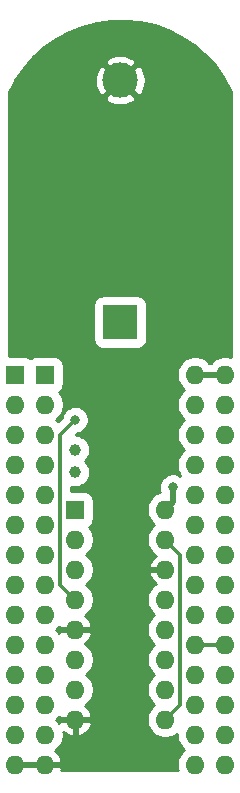
<source format=gbl>
%TF.GenerationSoftware,KiCad,Pcbnew,(5.1.9)-1*%
%TF.CreationDate,2021-02-16T22:08:35+08:00*%
%TF.ProjectId,SmartWatchRedux,536d6172-7457-4617-9463-685265647578,rev?*%
%TF.SameCoordinates,Original*%
%TF.FileFunction,Copper,L2,Bot*%
%TF.FilePolarity,Positive*%
%FSLAX46Y46*%
G04 Gerber Fmt 4.6, Leading zero omitted, Abs format (unit mm)*
G04 Created by KiCad (PCBNEW (5.1.9)-1) date 2021-02-16 22:08:35*
%MOMM*%
%LPD*%
G01*
G04 APERTURE LIST*
%TA.AperFunction,ComponentPad*%
%ADD10O,1.600000X1.600000*%
%TD*%
%TA.AperFunction,ComponentPad*%
%ADD11R,1.600000X1.600000*%
%TD*%
%TA.AperFunction,ComponentPad*%
%ADD12C,1.000000*%
%TD*%
%TA.AperFunction,ComponentPad*%
%ADD13R,3.000000X3.000000*%
%TD*%
%TA.AperFunction,ComponentPad*%
%ADD14C,3.000000*%
%TD*%
%TA.AperFunction,ViaPad*%
%ADD15C,0.800000*%
%TD*%
%TA.AperFunction,Conductor*%
%ADD16C,0.350000*%
%TD*%
%TA.AperFunction,Conductor*%
%ADD17C,0.500000*%
%TD*%
%TA.AperFunction,Conductor*%
%ADD18C,0.254000*%
%TD*%
%TA.AperFunction,Conductor*%
%ADD19C,0.100000*%
%TD*%
G04 APERTURE END LIST*
D10*
%TO.P,CN1,28*%
%TO.N,VCC*%
X123190000Y-63500000D03*
%TO.P,CN1,14*%
%TO.N,GND*%
X107950000Y-96520000D03*
%TO.P,CN1,27*%
%TO.N,Net-(CN1-Pad27)*%
X123190000Y-66040000D03*
%TO.P,CN1,13*%
%TO.N,Net-(CN1-Pad13)*%
X107950000Y-93980000D03*
%TO.P,CN1,26*%
%TO.N,Net-(CN1-Pad26)*%
X123190000Y-68580000D03*
%TO.P,CN1,12*%
%TO.N,Net-(CN1-Pad12)*%
X107950000Y-91440000D03*
%TO.P,CN1,25*%
%TO.N,Net-(CN1-Pad25)*%
X123190000Y-71120000D03*
%TO.P,CN1,11*%
%TO.N,Net-(CN1-Pad11)*%
X107950000Y-88900000D03*
%TO.P,CN1,24*%
%TO.N,Net-(CN1-Pad24)*%
X123190000Y-73660000D03*
%TO.P,CN1,10*%
%TO.N,Net-(CN1-Pad10)*%
X107950000Y-86360000D03*
%TO.P,CN1,23*%
%TO.N,Net-(CN1-Pad23)*%
X123190000Y-76200000D03*
%TO.P,CN1,9*%
%TO.N,Net-(CN1-Pad9)*%
X107950000Y-83820000D03*
%TO.P,CN1,22*%
%TO.N,Net-(CN1-Pad22)*%
X123190000Y-78740000D03*
%TO.P,CN1,8*%
%TO.N,Net-(CN1-Pad8)*%
X107950000Y-81280000D03*
%TO.P,CN1,21*%
%TO.N,Net-(CN1-Pad21)*%
X123190000Y-81280000D03*
%TO.P,CN1,7*%
%TO.N,Net-(CN1-Pad7)*%
X107950000Y-78740000D03*
%TO.P,CN1,20*%
%TO.N,Net-(CN1-Pad20)*%
X123190000Y-83820000D03*
%TO.P,CN1,6*%
%TO.N,Net-(CN1-Pad6)*%
X107950000Y-76200000D03*
%TO.P,CN1,19*%
%TO.N,Net-(CN1-Pad19)*%
X123190000Y-86360000D03*
%TO.P,CN1,5*%
%TO.N,Net-(CN1-Pad5)*%
X107950000Y-73660000D03*
%TO.P,CN1,18*%
%TO.N,Net-(CN1-Pad18)*%
X123190000Y-88900000D03*
%TO.P,CN1,4*%
%TO.N,Net-(CN1-Pad4)*%
X107950000Y-71120000D03*
%TO.P,CN1,17*%
%TO.N,Net-(CN1-Pad17)*%
X123190000Y-91440000D03*
%TO.P,CN1,3*%
%TO.N,Net-(CN1-Pad3)*%
X107950000Y-68580000D03*
%TO.P,CN1,16*%
%TO.N,Net-(CN1-Pad16)*%
X123190000Y-93980000D03*
%TO.P,CN1,2*%
%TO.N,Net-(CN1-Pad2)*%
X107950000Y-66040000D03*
%TO.P,CN1,15*%
%TO.N,Net-(CN1-Pad15)*%
X123190000Y-96520000D03*
D11*
%TO.P,CN1,1*%
%TO.N,Net-(CN1-Pad1)*%
X107950000Y-63500000D03*
%TD*%
D12*
%TO.P,Y1,1*%
%TO.N,/XTAL1*%
X113030000Y-71755000D03*
%TO.P,Y1,2*%
%TO.N,/XTAL2*%
X113030000Y-69855000D03*
%TD*%
D10*
%TO.P,U1,28*%
%TO.N,VCC*%
X125730000Y-63500000D03*
%TO.P,U1,14*%
%TO.N,GND*%
X110490000Y-96520000D03*
%TO.P,U1,27*%
%TO.N,Net-(CN1-Pad27)*%
X125730000Y-66040000D03*
%TO.P,U1,13*%
%TO.N,Net-(CN1-Pad13)*%
X110490000Y-93980000D03*
%TO.P,U1,26*%
%TO.N,Net-(CN1-Pad26)*%
X125730000Y-68580000D03*
%TO.P,U1,12*%
%TO.N,Net-(CN1-Pad12)*%
X110490000Y-91440000D03*
%TO.P,U1,25*%
%TO.N,Net-(CN1-Pad25)*%
X125730000Y-71120000D03*
%TO.P,U1,11*%
%TO.N,Net-(CN1-Pad11)*%
X110490000Y-88900000D03*
%TO.P,U1,24*%
%TO.N,Net-(CN1-Pad24)*%
X125730000Y-73660000D03*
%TO.P,U1,10*%
%TO.N,Net-(CN1-Pad10)*%
X110490000Y-86360000D03*
%TO.P,U1,23*%
%TO.N,Net-(CN1-Pad23)*%
X125730000Y-76200000D03*
%TO.P,U1,9*%
%TO.N,Net-(CN1-Pad9)*%
X110490000Y-83820000D03*
%TO.P,U1,22*%
%TO.N,Net-(CN1-Pad22)*%
X125730000Y-78740000D03*
%TO.P,U1,8*%
%TO.N,Net-(CN1-Pad8)*%
X110490000Y-81280000D03*
%TO.P,U1,21*%
%TO.N,Net-(CN1-Pad21)*%
X125730000Y-81280000D03*
%TO.P,U1,7*%
%TO.N,Net-(CN1-Pad7)*%
X110490000Y-78740000D03*
%TO.P,U1,20*%
%TO.N,Net-(U1-Pad20)*%
X125730000Y-83820000D03*
%TO.P,U1,6*%
%TO.N,Net-(CN1-Pad6)*%
X110490000Y-76200000D03*
%TO.P,U1,19*%
%TO.N,Net-(CN1-Pad19)*%
X125730000Y-86360000D03*
%TO.P,U1,5*%
%TO.N,Net-(CN1-Pad5)*%
X110490000Y-73660000D03*
%TO.P,U1,18*%
%TO.N,Net-(CN1-Pad18)*%
X125730000Y-88900000D03*
%TO.P,U1,4*%
%TO.N,Net-(CN1-Pad4)*%
X110490000Y-71120000D03*
%TO.P,U1,17*%
%TO.N,Net-(CN1-Pad17)*%
X125730000Y-91440000D03*
%TO.P,U1,3*%
%TO.N,Net-(CN1-Pad3)*%
X110490000Y-68580000D03*
%TO.P,U1,16*%
%TO.N,Net-(CN1-Pad16)*%
X125730000Y-93980000D03*
%TO.P,U1,2*%
%TO.N,Net-(CN1-Pad2)*%
X110490000Y-66040000D03*
%TO.P,U1,15*%
%TO.N,Net-(CN1-Pad15)*%
X125730000Y-96520000D03*
D11*
%TO.P,U1,1*%
%TO.N,Net-(CN1-Pad1)*%
X110490000Y-63500000D03*
%TD*%
D10*
%TO.P,U2,16*%
%TO.N,VCC*%
X120650000Y-74930000D03*
%TO.P,U2,8*%
%TO.N,GND*%
X113030000Y-92710000D03*
%TO.P,U2,15*%
%TO.N,Net-(U2-Pad15)*%
X120650000Y-77470000D03*
%TO.P,U2,7*%
%TO.N,Net-(CN1-Pad11)*%
X113030000Y-90170000D03*
%TO.P,U2,14*%
%TO.N,GND*%
X120650000Y-80010000D03*
%TO.P,U2,6*%
%TO.N,Net-(CN1-Pad10)*%
X113030000Y-87630000D03*
%TO.P,U2,13*%
%TO.N,Net-(CN1-Pad1)*%
X120650000Y-82550000D03*
%TO.P,U2,5*%
%TO.N,GND*%
X113030000Y-85090000D03*
%TO.P,U2,12*%
%TO.N,Net-(CN1-Pad22)*%
X120650000Y-85090000D03*
%TO.P,U2,4*%
%TO.N,Net-(BAT1-Pad1)*%
X113030000Y-82550000D03*
%TO.P,U2,11*%
%TO.N,Net-(CN1-Pad20)*%
X120650000Y-87630000D03*
%TO.P,U2,3*%
%TO.N,Net-(CN1-Pad8)*%
X113030000Y-80010000D03*
%TO.P,U2,10*%
%TO.N,Net-(U1-Pad20)*%
X120650000Y-90170000D03*
%TO.P,U2,2*%
%TO.N,/XTAL2*%
X113030000Y-77470000D03*
%TO.P,U2,9*%
%TO.N,Net-(U2-Pad15)*%
X120650000Y-92710000D03*
D11*
%TO.P,U2,1*%
%TO.N,/XTAL1*%
X113030000Y-74930000D03*
%TD*%
D13*
%TO.P,BAT1,1*%
%TO.N,Net-(BAT1-Pad1)*%
X116840000Y-59055000D03*
D14*
%TO.P,BAT1,2*%
%TO.N,GND*%
X116840000Y-38565000D03*
%TD*%
D15*
%TO.N,Net-(BAT1-Pad1)*%
X113030000Y-67310000D03*
%TO.N,GND*%
X114935000Y-64770000D03*
X116840000Y-64770000D03*
X118745000Y-64770000D03*
X112395000Y-96520000D03*
X114300000Y-96520000D03*
X116840000Y-73660000D03*
X118745000Y-73660000D03*
X114935000Y-67310000D03*
%TO.N,VCC*%
X121285000Y-73025000D03*
%TD*%
D16*
%TO.N,Net-(BAT1-Pad1)*%
X111760000Y-68580000D02*
X113030000Y-67310000D01*
X111760000Y-81280000D02*
X111760000Y-68580000D01*
X113030000Y-82550000D02*
X111760000Y-81280000D01*
D17*
%TO.N,VCC*%
X123190000Y-63500000D02*
X125730000Y-63500000D01*
X121285000Y-74295000D02*
X120650000Y-74930000D01*
X121285000Y-73025000D02*
X121285000Y-74295000D01*
D16*
%TO.N,Net-(CN1-Pad19)*%
X123190000Y-86360000D02*
X125730000Y-86360000D01*
%TO.N,Net-(U2-Pad15)*%
X121920000Y-91440000D02*
X121920000Y-78740000D01*
X121920000Y-78740000D02*
X120650000Y-77470000D01*
X120650000Y-92710000D02*
X121920000Y-91440000D01*
%TD*%
D18*
%TO.N,GND*%
X118545427Y-33655782D02*
X119753574Y-33934247D01*
X120919507Y-34355834D01*
X122026360Y-34914446D01*
X123058080Y-35601981D01*
X123999727Y-36408483D01*
X124837672Y-37322278D01*
X125559764Y-38330120D01*
X126164243Y-39433282D01*
X126213001Y-39540520D01*
X126213000Y-49568653D01*
X126213001Y-49568663D01*
X126213001Y-62009369D01*
X126185619Y-61998027D01*
X125883844Y-61938000D01*
X125576156Y-61938000D01*
X125274381Y-61998027D01*
X124990115Y-62115773D01*
X124734283Y-62286715D01*
X124532998Y-62488000D01*
X124387002Y-62488000D01*
X124185717Y-62286715D01*
X123929885Y-62115773D01*
X123645619Y-61998027D01*
X123343844Y-61938000D01*
X123036156Y-61938000D01*
X122734381Y-61998027D01*
X122450115Y-62115773D01*
X122194283Y-62286715D01*
X121976715Y-62504283D01*
X121805773Y-62760115D01*
X121688027Y-63044381D01*
X121628000Y-63346156D01*
X121628000Y-63653844D01*
X121688027Y-63955619D01*
X121805773Y-64239885D01*
X121976715Y-64495717D01*
X122194283Y-64713285D01*
X122279163Y-64770000D01*
X122194283Y-64826715D01*
X121976715Y-65044283D01*
X121805773Y-65300115D01*
X121688027Y-65584381D01*
X121628000Y-65886156D01*
X121628000Y-66193844D01*
X121688027Y-66495619D01*
X121805773Y-66779885D01*
X121976715Y-67035717D01*
X122194283Y-67253285D01*
X122279163Y-67310000D01*
X122194283Y-67366715D01*
X121976715Y-67584283D01*
X121805773Y-67840115D01*
X121688027Y-68124381D01*
X121628000Y-68426156D01*
X121628000Y-68733844D01*
X121688027Y-69035619D01*
X121805773Y-69319885D01*
X121976715Y-69575717D01*
X122194283Y-69793285D01*
X122279163Y-69850000D01*
X122194283Y-69906715D01*
X121976715Y-70124283D01*
X121805773Y-70380115D01*
X121688027Y-70664381D01*
X121628000Y-70966156D01*
X121628000Y-71273844D01*
X121688027Y-71575619D01*
X121805773Y-71859885D01*
X121945266Y-72068650D01*
X121835413Y-71995249D01*
X121623943Y-71907655D01*
X121399447Y-71863000D01*
X121170553Y-71863000D01*
X120946057Y-71907655D01*
X120734587Y-71995249D01*
X120544268Y-72122416D01*
X120382416Y-72284268D01*
X120255249Y-72474587D01*
X120167655Y-72686057D01*
X120123000Y-72910553D01*
X120123000Y-73139447D01*
X120167655Y-73363943D01*
X120194226Y-73428091D01*
X119910115Y-73545773D01*
X119654283Y-73716715D01*
X119436715Y-73934283D01*
X119265773Y-74190115D01*
X119148027Y-74474381D01*
X119088000Y-74776156D01*
X119088000Y-75083844D01*
X119148027Y-75385619D01*
X119265773Y-75669885D01*
X119436715Y-75925717D01*
X119654283Y-76143285D01*
X119739163Y-76200000D01*
X119654283Y-76256715D01*
X119436715Y-76474283D01*
X119265773Y-76730115D01*
X119148027Y-77014381D01*
X119088000Y-77316156D01*
X119088000Y-77623844D01*
X119148027Y-77925619D01*
X119265773Y-78209885D01*
X119436715Y-78465717D01*
X119654283Y-78683285D01*
X119858275Y-78819588D01*
X119794869Y-78857615D01*
X119586481Y-79046586D01*
X119418963Y-79272580D01*
X119298754Y-79526913D01*
X119258096Y-79660961D01*
X119380085Y-79883000D01*
X120523000Y-79883000D01*
X120523000Y-79863000D01*
X120777000Y-79863000D01*
X120777000Y-79883000D01*
X120797000Y-79883000D01*
X120797000Y-80137000D01*
X120777000Y-80137000D01*
X120777000Y-80157000D01*
X120523000Y-80157000D01*
X120523000Y-80137000D01*
X119380085Y-80137000D01*
X119258096Y-80359039D01*
X119298754Y-80493087D01*
X119418963Y-80747420D01*
X119586481Y-80973414D01*
X119794869Y-81162385D01*
X119858275Y-81200412D01*
X119654283Y-81336715D01*
X119436715Y-81554283D01*
X119265773Y-81810115D01*
X119148027Y-82094381D01*
X119088000Y-82396156D01*
X119088000Y-82703844D01*
X119148027Y-83005619D01*
X119265773Y-83289885D01*
X119436715Y-83545717D01*
X119654283Y-83763285D01*
X119739163Y-83820000D01*
X119654283Y-83876715D01*
X119436715Y-84094283D01*
X119265773Y-84350115D01*
X119148027Y-84634381D01*
X119088000Y-84936156D01*
X119088000Y-85243844D01*
X119148027Y-85545619D01*
X119265773Y-85829885D01*
X119436715Y-86085717D01*
X119654283Y-86303285D01*
X119739163Y-86360000D01*
X119654283Y-86416715D01*
X119436715Y-86634283D01*
X119265773Y-86890115D01*
X119148027Y-87174381D01*
X119088000Y-87476156D01*
X119088000Y-87783844D01*
X119148027Y-88085619D01*
X119265773Y-88369885D01*
X119436715Y-88625717D01*
X119654283Y-88843285D01*
X119739163Y-88900000D01*
X119654283Y-88956715D01*
X119436715Y-89174283D01*
X119265773Y-89430115D01*
X119148027Y-89714381D01*
X119088000Y-90016156D01*
X119088000Y-90323844D01*
X119148027Y-90625619D01*
X119265773Y-90909885D01*
X119436715Y-91165717D01*
X119654283Y-91383285D01*
X119739163Y-91440000D01*
X119654283Y-91496715D01*
X119436715Y-91714283D01*
X119265773Y-91970115D01*
X119148027Y-92254381D01*
X119088000Y-92556156D01*
X119088000Y-92863844D01*
X119148027Y-93165619D01*
X119265773Y-93449885D01*
X119436715Y-93705717D01*
X119654283Y-93923285D01*
X119910115Y-94094227D01*
X120194381Y-94211973D01*
X120496156Y-94272000D01*
X120803844Y-94272000D01*
X121105619Y-94211973D01*
X121389885Y-94094227D01*
X121628000Y-93935123D01*
X121628000Y-94133844D01*
X121688027Y-94435619D01*
X121805773Y-94719885D01*
X121976715Y-94975717D01*
X122194283Y-95193285D01*
X122279163Y-95250000D01*
X122194283Y-95306715D01*
X121976715Y-95524283D01*
X121805773Y-95780115D01*
X121688027Y-96064381D01*
X121628000Y-96366156D01*
X121628000Y-96673844D01*
X121688027Y-96975619D01*
X121699369Y-97003000D01*
X111841272Y-97003000D01*
X111881904Y-96869039D01*
X111759915Y-96647000D01*
X110617000Y-96647000D01*
X110617000Y-96667000D01*
X110363000Y-96667000D01*
X110363000Y-96647000D01*
X109220085Y-96647000D01*
X109220000Y-96647155D01*
X109219915Y-96647000D01*
X108077000Y-96647000D01*
X108077000Y-96667000D01*
X107823000Y-96667000D01*
X107823000Y-96647000D01*
X107803000Y-96647000D01*
X107803000Y-96393000D01*
X107823000Y-96393000D01*
X107823000Y-96373000D01*
X108077000Y-96373000D01*
X108077000Y-96393000D01*
X109219915Y-96393000D01*
X109220000Y-96392845D01*
X109220085Y-96393000D01*
X110363000Y-96393000D01*
X110363000Y-96373000D01*
X110617000Y-96373000D01*
X110617000Y-96393000D01*
X111759915Y-96393000D01*
X111881904Y-96170961D01*
X111841246Y-96036913D01*
X111721037Y-95782580D01*
X111553519Y-95556586D01*
X111345131Y-95367615D01*
X111281725Y-95329588D01*
X111485717Y-95193285D01*
X111703285Y-94975717D01*
X111874227Y-94719885D01*
X111991973Y-94435619D01*
X112052000Y-94133844D01*
X112052000Y-93826156D01*
X112033752Y-93734417D01*
X112174869Y-93862385D01*
X112416119Y-94007070D01*
X112680960Y-94101909D01*
X112903000Y-93980624D01*
X112903000Y-92837000D01*
X113157000Y-92837000D01*
X113157000Y-93980624D01*
X113379040Y-94101909D01*
X113643881Y-94007070D01*
X113885131Y-93862385D01*
X114093519Y-93673414D01*
X114261037Y-93447420D01*
X114381246Y-93193087D01*
X114421904Y-93059039D01*
X114299915Y-92837000D01*
X113157000Y-92837000D01*
X112903000Y-92837000D01*
X111760085Y-92837000D01*
X111687719Y-92968717D01*
X111485717Y-92766715D01*
X111400837Y-92710000D01*
X111485717Y-92653285D01*
X111687719Y-92451283D01*
X111760085Y-92583000D01*
X112903000Y-92583000D01*
X112903000Y-92563000D01*
X113157000Y-92563000D01*
X113157000Y-92583000D01*
X114299915Y-92583000D01*
X114421904Y-92360961D01*
X114381246Y-92226913D01*
X114261037Y-91972580D01*
X114093519Y-91746586D01*
X113885131Y-91557615D01*
X113821725Y-91519588D01*
X114025717Y-91383285D01*
X114243285Y-91165717D01*
X114414227Y-90909885D01*
X114531973Y-90625619D01*
X114592000Y-90323844D01*
X114592000Y-90016156D01*
X114531973Y-89714381D01*
X114414227Y-89430115D01*
X114243285Y-89174283D01*
X114025717Y-88956715D01*
X113940837Y-88900000D01*
X114025717Y-88843285D01*
X114243285Y-88625717D01*
X114414227Y-88369885D01*
X114531973Y-88085619D01*
X114592000Y-87783844D01*
X114592000Y-87476156D01*
X114531973Y-87174381D01*
X114414227Y-86890115D01*
X114243285Y-86634283D01*
X114025717Y-86416715D01*
X113821725Y-86280412D01*
X113885131Y-86242385D01*
X114093519Y-86053414D01*
X114261037Y-85827420D01*
X114381246Y-85573087D01*
X114421904Y-85439039D01*
X114299915Y-85217000D01*
X113157000Y-85217000D01*
X113157000Y-85237000D01*
X112903000Y-85237000D01*
X112903000Y-85217000D01*
X111760085Y-85217000D01*
X111687719Y-85348717D01*
X111485717Y-85146715D01*
X111400837Y-85090000D01*
X111485717Y-85033285D01*
X111687719Y-84831283D01*
X111760085Y-84963000D01*
X112903000Y-84963000D01*
X112903000Y-84943000D01*
X113157000Y-84943000D01*
X113157000Y-84963000D01*
X114299915Y-84963000D01*
X114421904Y-84740961D01*
X114381246Y-84606913D01*
X114261037Y-84352580D01*
X114093519Y-84126586D01*
X113885131Y-83937615D01*
X113821725Y-83899588D01*
X114025717Y-83763285D01*
X114243285Y-83545717D01*
X114414227Y-83289885D01*
X114531973Y-83005619D01*
X114592000Y-82703844D01*
X114592000Y-82396156D01*
X114531973Y-82094381D01*
X114414227Y-81810115D01*
X114243285Y-81554283D01*
X114025717Y-81336715D01*
X113940837Y-81280000D01*
X114025717Y-81223285D01*
X114243285Y-81005717D01*
X114414227Y-80749885D01*
X114531973Y-80465619D01*
X114592000Y-80163844D01*
X114592000Y-79856156D01*
X114531973Y-79554381D01*
X114414227Y-79270115D01*
X114243285Y-79014283D01*
X114025717Y-78796715D01*
X113940837Y-78740000D01*
X114025717Y-78683285D01*
X114243285Y-78465717D01*
X114414227Y-78209885D01*
X114531973Y-77925619D01*
X114592000Y-77623844D01*
X114592000Y-77316156D01*
X114531973Y-77014381D01*
X114414227Y-76730115D01*
X114243285Y-76474283D01*
X114177357Y-76408355D01*
X114255392Y-76366645D01*
X114371422Y-76271422D01*
X114466645Y-76155392D01*
X114537402Y-76023015D01*
X114580974Y-75879378D01*
X114595686Y-75730000D01*
X114595686Y-74130000D01*
X114580974Y-73980622D01*
X114537402Y-73836985D01*
X114466645Y-73704608D01*
X114371422Y-73588578D01*
X114255392Y-73493355D01*
X114123015Y-73422598D01*
X113979378Y-73379026D01*
X113830000Y-73364314D01*
X112697000Y-73364314D01*
X112697000Y-72975486D01*
X112905704Y-73017000D01*
X113154296Y-73017000D01*
X113398112Y-72968502D01*
X113627781Y-72873370D01*
X113834478Y-72735259D01*
X114010259Y-72559478D01*
X114148370Y-72352781D01*
X114243502Y-72123112D01*
X114292000Y-71879296D01*
X114292000Y-71630704D01*
X114243502Y-71386888D01*
X114148370Y-71157219D01*
X114010259Y-70950522D01*
X113864737Y-70805000D01*
X114010259Y-70659478D01*
X114148370Y-70452781D01*
X114243502Y-70223112D01*
X114292000Y-69979296D01*
X114292000Y-69730704D01*
X114243502Y-69486888D01*
X114148370Y-69257219D01*
X114010259Y-69050522D01*
X113834478Y-68874741D01*
X113627781Y-68736630D01*
X113398112Y-68641498D01*
X113154296Y-68593000D01*
X113072118Y-68593000D01*
X113205203Y-68459915D01*
X113368943Y-68427345D01*
X113580413Y-68339751D01*
X113770732Y-68212584D01*
X113932584Y-68050732D01*
X114059751Y-67860413D01*
X114147345Y-67648943D01*
X114192000Y-67424447D01*
X114192000Y-67195553D01*
X114147345Y-66971057D01*
X114059751Y-66759587D01*
X113932584Y-66569268D01*
X113770732Y-66407416D01*
X113580413Y-66280249D01*
X113368943Y-66192655D01*
X113144447Y-66148000D01*
X112915553Y-66148000D01*
X112691057Y-66192655D01*
X112479587Y-66280249D01*
X112289268Y-66407416D01*
X112127416Y-66569268D01*
X112000249Y-66759587D01*
X111912655Y-66971057D01*
X111880085Y-67134797D01*
X111566942Y-67447940D01*
X111485717Y-67366715D01*
X111400837Y-67310000D01*
X111485717Y-67253285D01*
X111703285Y-67035717D01*
X111874227Y-66779885D01*
X111991973Y-66495619D01*
X112052000Y-66193844D01*
X112052000Y-65886156D01*
X111991973Y-65584381D01*
X111874227Y-65300115D01*
X111703285Y-65044283D01*
X111637357Y-64978355D01*
X111715392Y-64936645D01*
X111831422Y-64841422D01*
X111926645Y-64725392D01*
X111997402Y-64593015D01*
X112040974Y-64449378D01*
X112055686Y-64300000D01*
X112055686Y-62700000D01*
X112040974Y-62550622D01*
X111997402Y-62406985D01*
X111926645Y-62274608D01*
X111831422Y-62158578D01*
X111715392Y-62063355D01*
X111583015Y-61992598D01*
X111439378Y-61949026D01*
X111290000Y-61934314D01*
X109690000Y-61934314D01*
X109540622Y-61949026D01*
X109396985Y-61992598D01*
X109264608Y-62063355D01*
X109220000Y-62099964D01*
X109175392Y-62063355D01*
X109043015Y-61992598D01*
X108899378Y-61949026D01*
X108750000Y-61934314D01*
X107467000Y-61934314D01*
X107467000Y-57555000D01*
X114574314Y-57555000D01*
X114574314Y-60555000D01*
X114589026Y-60704378D01*
X114632598Y-60848015D01*
X114703355Y-60980392D01*
X114798578Y-61096422D01*
X114914608Y-61191645D01*
X115046985Y-61262402D01*
X115190622Y-61305974D01*
X115340000Y-61320686D01*
X118340000Y-61320686D01*
X118489378Y-61305974D01*
X118633015Y-61262402D01*
X118765392Y-61191645D01*
X118881422Y-61096422D01*
X118976645Y-60980392D01*
X119047402Y-60848015D01*
X119090974Y-60704378D01*
X119105686Y-60555000D01*
X119105686Y-57555000D01*
X119090974Y-57405622D01*
X119047402Y-57261985D01*
X118976645Y-57129608D01*
X118881422Y-57013578D01*
X118765392Y-56918355D01*
X118633015Y-56847598D01*
X118489378Y-56804026D01*
X118340000Y-56789314D01*
X115340000Y-56789314D01*
X115190622Y-56804026D01*
X115046985Y-56847598D01*
X114914608Y-56918355D01*
X114798578Y-57013578D01*
X114703355Y-57129608D01*
X114632598Y-57261985D01*
X114589026Y-57405622D01*
X114574314Y-57555000D01*
X107467000Y-57555000D01*
X107467000Y-40056653D01*
X115527952Y-40056653D01*
X115683962Y-40372214D01*
X116058745Y-40563020D01*
X116463551Y-40677044D01*
X116882824Y-40709902D01*
X117300451Y-40660334D01*
X117700383Y-40530243D01*
X117996038Y-40372214D01*
X118152048Y-40056653D01*
X116840000Y-38744605D01*
X115527952Y-40056653D01*
X107467000Y-40056653D01*
X107467000Y-39559520D01*
X107953575Y-38607824D01*
X114695098Y-38607824D01*
X114744666Y-39025451D01*
X114874757Y-39425383D01*
X115032786Y-39721038D01*
X115348347Y-39877048D01*
X116660395Y-38565000D01*
X117019605Y-38565000D01*
X118331653Y-39877048D01*
X118647214Y-39721038D01*
X118838020Y-39346255D01*
X118952044Y-38941449D01*
X118984902Y-38522176D01*
X118935334Y-38104549D01*
X118805243Y-37704617D01*
X118647214Y-37408962D01*
X118331653Y-37252952D01*
X117019605Y-38565000D01*
X116660395Y-38565000D01*
X115348347Y-37252952D01*
X115032786Y-37408962D01*
X114841980Y-37783745D01*
X114727956Y-38188551D01*
X114695098Y-38607824D01*
X107953575Y-38607824D01*
X107966723Y-38582109D01*
X108659652Y-37554001D01*
X109075705Y-37073347D01*
X115527952Y-37073347D01*
X116840000Y-38385395D01*
X118152048Y-37073347D01*
X117996038Y-36757786D01*
X117621255Y-36566980D01*
X117216449Y-36452956D01*
X116797176Y-36420098D01*
X116379549Y-36469666D01*
X115979617Y-36599757D01*
X115683962Y-36757786D01*
X115527952Y-37073347D01*
X109075705Y-37073347D01*
X109471075Y-36616588D01*
X110389244Y-35783440D01*
X111400848Y-35066639D01*
X112491241Y-34476559D01*
X113644625Y-34021749D01*
X114844304Y-33708795D01*
X116072889Y-33542233D01*
X117312575Y-33524477D01*
X118545427Y-33655782D01*
%TA.AperFunction,Conductor*%
D19*
G36*
X118545427Y-33655782D02*
G01*
X119753574Y-33934247D01*
X120919507Y-34355834D01*
X122026360Y-34914446D01*
X123058080Y-35601981D01*
X123999727Y-36408483D01*
X124837672Y-37322278D01*
X125559764Y-38330120D01*
X126164243Y-39433282D01*
X126213001Y-39540520D01*
X126213000Y-49568653D01*
X126213001Y-49568663D01*
X126213001Y-62009369D01*
X126185619Y-61998027D01*
X125883844Y-61938000D01*
X125576156Y-61938000D01*
X125274381Y-61998027D01*
X124990115Y-62115773D01*
X124734283Y-62286715D01*
X124532998Y-62488000D01*
X124387002Y-62488000D01*
X124185717Y-62286715D01*
X123929885Y-62115773D01*
X123645619Y-61998027D01*
X123343844Y-61938000D01*
X123036156Y-61938000D01*
X122734381Y-61998027D01*
X122450115Y-62115773D01*
X122194283Y-62286715D01*
X121976715Y-62504283D01*
X121805773Y-62760115D01*
X121688027Y-63044381D01*
X121628000Y-63346156D01*
X121628000Y-63653844D01*
X121688027Y-63955619D01*
X121805773Y-64239885D01*
X121976715Y-64495717D01*
X122194283Y-64713285D01*
X122279163Y-64770000D01*
X122194283Y-64826715D01*
X121976715Y-65044283D01*
X121805773Y-65300115D01*
X121688027Y-65584381D01*
X121628000Y-65886156D01*
X121628000Y-66193844D01*
X121688027Y-66495619D01*
X121805773Y-66779885D01*
X121976715Y-67035717D01*
X122194283Y-67253285D01*
X122279163Y-67310000D01*
X122194283Y-67366715D01*
X121976715Y-67584283D01*
X121805773Y-67840115D01*
X121688027Y-68124381D01*
X121628000Y-68426156D01*
X121628000Y-68733844D01*
X121688027Y-69035619D01*
X121805773Y-69319885D01*
X121976715Y-69575717D01*
X122194283Y-69793285D01*
X122279163Y-69850000D01*
X122194283Y-69906715D01*
X121976715Y-70124283D01*
X121805773Y-70380115D01*
X121688027Y-70664381D01*
X121628000Y-70966156D01*
X121628000Y-71273844D01*
X121688027Y-71575619D01*
X121805773Y-71859885D01*
X121945266Y-72068650D01*
X121835413Y-71995249D01*
X121623943Y-71907655D01*
X121399447Y-71863000D01*
X121170553Y-71863000D01*
X120946057Y-71907655D01*
X120734587Y-71995249D01*
X120544268Y-72122416D01*
X120382416Y-72284268D01*
X120255249Y-72474587D01*
X120167655Y-72686057D01*
X120123000Y-72910553D01*
X120123000Y-73139447D01*
X120167655Y-73363943D01*
X120194226Y-73428091D01*
X119910115Y-73545773D01*
X119654283Y-73716715D01*
X119436715Y-73934283D01*
X119265773Y-74190115D01*
X119148027Y-74474381D01*
X119088000Y-74776156D01*
X119088000Y-75083844D01*
X119148027Y-75385619D01*
X119265773Y-75669885D01*
X119436715Y-75925717D01*
X119654283Y-76143285D01*
X119739163Y-76200000D01*
X119654283Y-76256715D01*
X119436715Y-76474283D01*
X119265773Y-76730115D01*
X119148027Y-77014381D01*
X119088000Y-77316156D01*
X119088000Y-77623844D01*
X119148027Y-77925619D01*
X119265773Y-78209885D01*
X119436715Y-78465717D01*
X119654283Y-78683285D01*
X119858275Y-78819588D01*
X119794869Y-78857615D01*
X119586481Y-79046586D01*
X119418963Y-79272580D01*
X119298754Y-79526913D01*
X119258096Y-79660961D01*
X119380085Y-79883000D01*
X120523000Y-79883000D01*
X120523000Y-79863000D01*
X120777000Y-79863000D01*
X120777000Y-79883000D01*
X120797000Y-79883000D01*
X120797000Y-80137000D01*
X120777000Y-80137000D01*
X120777000Y-80157000D01*
X120523000Y-80157000D01*
X120523000Y-80137000D01*
X119380085Y-80137000D01*
X119258096Y-80359039D01*
X119298754Y-80493087D01*
X119418963Y-80747420D01*
X119586481Y-80973414D01*
X119794869Y-81162385D01*
X119858275Y-81200412D01*
X119654283Y-81336715D01*
X119436715Y-81554283D01*
X119265773Y-81810115D01*
X119148027Y-82094381D01*
X119088000Y-82396156D01*
X119088000Y-82703844D01*
X119148027Y-83005619D01*
X119265773Y-83289885D01*
X119436715Y-83545717D01*
X119654283Y-83763285D01*
X119739163Y-83820000D01*
X119654283Y-83876715D01*
X119436715Y-84094283D01*
X119265773Y-84350115D01*
X119148027Y-84634381D01*
X119088000Y-84936156D01*
X119088000Y-85243844D01*
X119148027Y-85545619D01*
X119265773Y-85829885D01*
X119436715Y-86085717D01*
X119654283Y-86303285D01*
X119739163Y-86360000D01*
X119654283Y-86416715D01*
X119436715Y-86634283D01*
X119265773Y-86890115D01*
X119148027Y-87174381D01*
X119088000Y-87476156D01*
X119088000Y-87783844D01*
X119148027Y-88085619D01*
X119265773Y-88369885D01*
X119436715Y-88625717D01*
X119654283Y-88843285D01*
X119739163Y-88900000D01*
X119654283Y-88956715D01*
X119436715Y-89174283D01*
X119265773Y-89430115D01*
X119148027Y-89714381D01*
X119088000Y-90016156D01*
X119088000Y-90323844D01*
X119148027Y-90625619D01*
X119265773Y-90909885D01*
X119436715Y-91165717D01*
X119654283Y-91383285D01*
X119739163Y-91440000D01*
X119654283Y-91496715D01*
X119436715Y-91714283D01*
X119265773Y-91970115D01*
X119148027Y-92254381D01*
X119088000Y-92556156D01*
X119088000Y-92863844D01*
X119148027Y-93165619D01*
X119265773Y-93449885D01*
X119436715Y-93705717D01*
X119654283Y-93923285D01*
X119910115Y-94094227D01*
X120194381Y-94211973D01*
X120496156Y-94272000D01*
X120803844Y-94272000D01*
X121105619Y-94211973D01*
X121389885Y-94094227D01*
X121628000Y-93935123D01*
X121628000Y-94133844D01*
X121688027Y-94435619D01*
X121805773Y-94719885D01*
X121976715Y-94975717D01*
X122194283Y-95193285D01*
X122279163Y-95250000D01*
X122194283Y-95306715D01*
X121976715Y-95524283D01*
X121805773Y-95780115D01*
X121688027Y-96064381D01*
X121628000Y-96366156D01*
X121628000Y-96673844D01*
X121688027Y-96975619D01*
X121699369Y-97003000D01*
X111841272Y-97003000D01*
X111881904Y-96869039D01*
X111759915Y-96647000D01*
X110617000Y-96647000D01*
X110617000Y-96667000D01*
X110363000Y-96667000D01*
X110363000Y-96647000D01*
X109220085Y-96647000D01*
X109220000Y-96647155D01*
X109219915Y-96647000D01*
X108077000Y-96647000D01*
X108077000Y-96667000D01*
X107823000Y-96667000D01*
X107823000Y-96647000D01*
X107803000Y-96647000D01*
X107803000Y-96393000D01*
X107823000Y-96393000D01*
X107823000Y-96373000D01*
X108077000Y-96373000D01*
X108077000Y-96393000D01*
X109219915Y-96393000D01*
X109220000Y-96392845D01*
X109220085Y-96393000D01*
X110363000Y-96393000D01*
X110363000Y-96373000D01*
X110617000Y-96373000D01*
X110617000Y-96393000D01*
X111759915Y-96393000D01*
X111881904Y-96170961D01*
X111841246Y-96036913D01*
X111721037Y-95782580D01*
X111553519Y-95556586D01*
X111345131Y-95367615D01*
X111281725Y-95329588D01*
X111485717Y-95193285D01*
X111703285Y-94975717D01*
X111874227Y-94719885D01*
X111991973Y-94435619D01*
X112052000Y-94133844D01*
X112052000Y-93826156D01*
X112033752Y-93734417D01*
X112174869Y-93862385D01*
X112416119Y-94007070D01*
X112680960Y-94101909D01*
X112903000Y-93980624D01*
X112903000Y-92837000D01*
X113157000Y-92837000D01*
X113157000Y-93980624D01*
X113379040Y-94101909D01*
X113643881Y-94007070D01*
X113885131Y-93862385D01*
X114093519Y-93673414D01*
X114261037Y-93447420D01*
X114381246Y-93193087D01*
X114421904Y-93059039D01*
X114299915Y-92837000D01*
X113157000Y-92837000D01*
X112903000Y-92837000D01*
X111760085Y-92837000D01*
X111687719Y-92968717D01*
X111485717Y-92766715D01*
X111400837Y-92710000D01*
X111485717Y-92653285D01*
X111687719Y-92451283D01*
X111760085Y-92583000D01*
X112903000Y-92583000D01*
X112903000Y-92563000D01*
X113157000Y-92563000D01*
X113157000Y-92583000D01*
X114299915Y-92583000D01*
X114421904Y-92360961D01*
X114381246Y-92226913D01*
X114261037Y-91972580D01*
X114093519Y-91746586D01*
X113885131Y-91557615D01*
X113821725Y-91519588D01*
X114025717Y-91383285D01*
X114243285Y-91165717D01*
X114414227Y-90909885D01*
X114531973Y-90625619D01*
X114592000Y-90323844D01*
X114592000Y-90016156D01*
X114531973Y-89714381D01*
X114414227Y-89430115D01*
X114243285Y-89174283D01*
X114025717Y-88956715D01*
X113940837Y-88900000D01*
X114025717Y-88843285D01*
X114243285Y-88625717D01*
X114414227Y-88369885D01*
X114531973Y-88085619D01*
X114592000Y-87783844D01*
X114592000Y-87476156D01*
X114531973Y-87174381D01*
X114414227Y-86890115D01*
X114243285Y-86634283D01*
X114025717Y-86416715D01*
X113821725Y-86280412D01*
X113885131Y-86242385D01*
X114093519Y-86053414D01*
X114261037Y-85827420D01*
X114381246Y-85573087D01*
X114421904Y-85439039D01*
X114299915Y-85217000D01*
X113157000Y-85217000D01*
X113157000Y-85237000D01*
X112903000Y-85237000D01*
X112903000Y-85217000D01*
X111760085Y-85217000D01*
X111687719Y-85348717D01*
X111485717Y-85146715D01*
X111400837Y-85090000D01*
X111485717Y-85033285D01*
X111687719Y-84831283D01*
X111760085Y-84963000D01*
X112903000Y-84963000D01*
X112903000Y-84943000D01*
X113157000Y-84943000D01*
X113157000Y-84963000D01*
X114299915Y-84963000D01*
X114421904Y-84740961D01*
X114381246Y-84606913D01*
X114261037Y-84352580D01*
X114093519Y-84126586D01*
X113885131Y-83937615D01*
X113821725Y-83899588D01*
X114025717Y-83763285D01*
X114243285Y-83545717D01*
X114414227Y-83289885D01*
X114531973Y-83005619D01*
X114592000Y-82703844D01*
X114592000Y-82396156D01*
X114531973Y-82094381D01*
X114414227Y-81810115D01*
X114243285Y-81554283D01*
X114025717Y-81336715D01*
X113940837Y-81280000D01*
X114025717Y-81223285D01*
X114243285Y-81005717D01*
X114414227Y-80749885D01*
X114531973Y-80465619D01*
X114592000Y-80163844D01*
X114592000Y-79856156D01*
X114531973Y-79554381D01*
X114414227Y-79270115D01*
X114243285Y-79014283D01*
X114025717Y-78796715D01*
X113940837Y-78740000D01*
X114025717Y-78683285D01*
X114243285Y-78465717D01*
X114414227Y-78209885D01*
X114531973Y-77925619D01*
X114592000Y-77623844D01*
X114592000Y-77316156D01*
X114531973Y-77014381D01*
X114414227Y-76730115D01*
X114243285Y-76474283D01*
X114177357Y-76408355D01*
X114255392Y-76366645D01*
X114371422Y-76271422D01*
X114466645Y-76155392D01*
X114537402Y-76023015D01*
X114580974Y-75879378D01*
X114595686Y-75730000D01*
X114595686Y-74130000D01*
X114580974Y-73980622D01*
X114537402Y-73836985D01*
X114466645Y-73704608D01*
X114371422Y-73588578D01*
X114255392Y-73493355D01*
X114123015Y-73422598D01*
X113979378Y-73379026D01*
X113830000Y-73364314D01*
X112697000Y-73364314D01*
X112697000Y-72975486D01*
X112905704Y-73017000D01*
X113154296Y-73017000D01*
X113398112Y-72968502D01*
X113627781Y-72873370D01*
X113834478Y-72735259D01*
X114010259Y-72559478D01*
X114148370Y-72352781D01*
X114243502Y-72123112D01*
X114292000Y-71879296D01*
X114292000Y-71630704D01*
X114243502Y-71386888D01*
X114148370Y-71157219D01*
X114010259Y-70950522D01*
X113864737Y-70805000D01*
X114010259Y-70659478D01*
X114148370Y-70452781D01*
X114243502Y-70223112D01*
X114292000Y-69979296D01*
X114292000Y-69730704D01*
X114243502Y-69486888D01*
X114148370Y-69257219D01*
X114010259Y-69050522D01*
X113834478Y-68874741D01*
X113627781Y-68736630D01*
X113398112Y-68641498D01*
X113154296Y-68593000D01*
X113072118Y-68593000D01*
X113205203Y-68459915D01*
X113368943Y-68427345D01*
X113580413Y-68339751D01*
X113770732Y-68212584D01*
X113932584Y-68050732D01*
X114059751Y-67860413D01*
X114147345Y-67648943D01*
X114192000Y-67424447D01*
X114192000Y-67195553D01*
X114147345Y-66971057D01*
X114059751Y-66759587D01*
X113932584Y-66569268D01*
X113770732Y-66407416D01*
X113580413Y-66280249D01*
X113368943Y-66192655D01*
X113144447Y-66148000D01*
X112915553Y-66148000D01*
X112691057Y-66192655D01*
X112479587Y-66280249D01*
X112289268Y-66407416D01*
X112127416Y-66569268D01*
X112000249Y-66759587D01*
X111912655Y-66971057D01*
X111880085Y-67134797D01*
X111566942Y-67447940D01*
X111485717Y-67366715D01*
X111400837Y-67310000D01*
X111485717Y-67253285D01*
X111703285Y-67035717D01*
X111874227Y-66779885D01*
X111991973Y-66495619D01*
X112052000Y-66193844D01*
X112052000Y-65886156D01*
X111991973Y-65584381D01*
X111874227Y-65300115D01*
X111703285Y-65044283D01*
X111637357Y-64978355D01*
X111715392Y-64936645D01*
X111831422Y-64841422D01*
X111926645Y-64725392D01*
X111997402Y-64593015D01*
X112040974Y-64449378D01*
X112055686Y-64300000D01*
X112055686Y-62700000D01*
X112040974Y-62550622D01*
X111997402Y-62406985D01*
X111926645Y-62274608D01*
X111831422Y-62158578D01*
X111715392Y-62063355D01*
X111583015Y-61992598D01*
X111439378Y-61949026D01*
X111290000Y-61934314D01*
X109690000Y-61934314D01*
X109540622Y-61949026D01*
X109396985Y-61992598D01*
X109264608Y-62063355D01*
X109220000Y-62099964D01*
X109175392Y-62063355D01*
X109043015Y-61992598D01*
X108899378Y-61949026D01*
X108750000Y-61934314D01*
X107467000Y-61934314D01*
X107467000Y-57555000D01*
X114574314Y-57555000D01*
X114574314Y-60555000D01*
X114589026Y-60704378D01*
X114632598Y-60848015D01*
X114703355Y-60980392D01*
X114798578Y-61096422D01*
X114914608Y-61191645D01*
X115046985Y-61262402D01*
X115190622Y-61305974D01*
X115340000Y-61320686D01*
X118340000Y-61320686D01*
X118489378Y-61305974D01*
X118633015Y-61262402D01*
X118765392Y-61191645D01*
X118881422Y-61096422D01*
X118976645Y-60980392D01*
X119047402Y-60848015D01*
X119090974Y-60704378D01*
X119105686Y-60555000D01*
X119105686Y-57555000D01*
X119090974Y-57405622D01*
X119047402Y-57261985D01*
X118976645Y-57129608D01*
X118881422Y-57013578D01*
X118765392Y-56918355D01*
X118633015Y-56847598D01*
X118489378Y-56804026D01*
X118340000Y-56789314D01*
X115340000Y-56789314D01*
X115190622Y-56804026D01*
X115046985Y-56847598D01*
X114914608Y-56918355D01*
X114798578Y-57013578D01*
X114703355Y-57129608D01*
X114632598Y-57261985D01*
X114589026Y-57405622D01*
X114574314Y-57555000D01*
X107467000Y-57555000D01*
X107467000Y-40056653D01*
X115527952Y-40056653D01*
X115683962Y-40372214D01*
X116058745Y-40563020D01*
X116463551Y-40677044D01*
X116882824Y-40709902D01*
X117300451Y-40660334D01*
X117700383Y-40530243D01*
X117996038Y-40372214D01*
X118152048Y-40056653D01*
X116840000Y-38744605D01*
X115527952Y-40056653D01*
X107467000Y-40056653D01*
X107467000Y-39559520D01*
X107953575Y-38607824D01*
X114695098Y-38607824D01*
X114744666Y-39025451D01*
X114874757Y-39425383D01*
X115032786Y-39721038D01*
X115348347Y-39877048D01*
X116660395Y-38565000D01*
X117019605Y-38565000D01*
X118331653Y-39877048D01*
X118647214Y-39721038D01*
X118838020Y-39346255D01*
X118952044Y-38941449D01*
X118984902Y-38522176D01*
X118935334Y-38104549D01*
X118805243Y-37704617D01*
X118647214Y-37408962D01*
X118331653Y-37252952D01*
X117019605Y-38565000D01*
X116660395Y-38565000D01*
X115348347Y-37252952D01*
X115032786Y-37408962D01*
X114841980Y-37783745D01*
X114727956Y-38188551D01*
X114695098Y-38607824D01*
X107953575Y-38607824D01*
X107966723Y-38582109D01*
X108659652Y-37554001D01*
X109075705Y-37073347D01*
X115527952Y-37073347D01*
X116840000Y-38385395D01*
X118152048Y-37073347D01*
X117996038Y-36757786D01*
X117621255Y-36566980D01*
X117216449Y-36452956D01*
X116797176Y-36420098D01*
X116379549Y-36469666D01*
X115979617Y-36599757D01*
X115683962Y-36757786D01*
X115527952Y-37073347D01*
X109075705Y-37073347D01*
X109471075Y-36616588D01*
X110389244Y-35783440D01*
X111400848Y-35066639D01*
X112491241Y-34476559D01*
X113644625Y-34021749D01*
X114844304Y-33708795D01*
X116072889Y-33542233D01*
X117312575Y-33524477D01*
X118545427Y-33655782D01*
G37*
%TD.AperFunction*%
%TD*%
M02*

</source>
